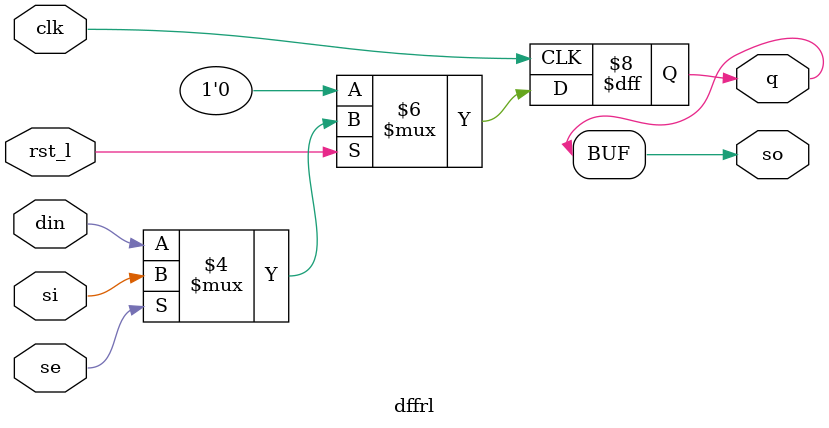
<source format=v>
module dffrl (din, clk, rst_l, q, se, si, so);

parameter SIZE = 1;

input	[SIZE-1:0]	din ;	// data in
input			clk ;	// clk or scan clk
input			rst_l ;	// reset

output	[SIZE-1:0]	q ;	// output

input			se ;	// scan-enable
input	[SIZE-1:0]	si ;	// scan-input
output	[SIZE-1:0]	so ;	// scan-output

reg 	[SIZE-1:0]	q ;

always @ (posedge clk) begin
    if (rst_l == 1'b0) begin
        q <= {SIZE{1'b0}};
    end else begin
        q <= (se == 1'b1) ? si : din;
    end
end

assign so = q;

endmodule
</source>
